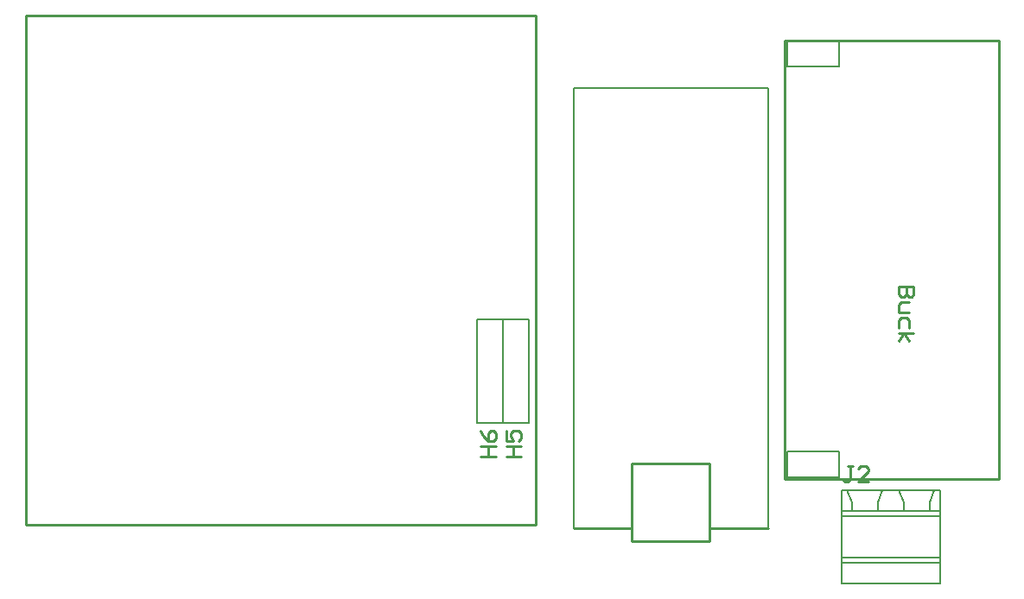
<source format=gto>
G04*
G04 #@! TF.GenerationSoftware,Altium Limited,Altium Designer,23.4.1 (23)*
G04*
G04 Layer_Color=65535*
%FSLAX44Y44*%
%MOMM*%
G71*
G04*
G04 #@! TF.SameCoordinates,CD9FDB66-F090-44B4-BA50-0B1389574BE9*
G04*
G04*
G04 #@! TF.FilePolarity,Positive*
G04*
G01*
G75*
%ADD10C,0.2540*%
%ADD11C,0.2000*%
%ADD12C,0.2032*%
D10*
X1095950Y211500D02*
X1153100D01*
X1229300D02*
X1286450D01*
X1153100Y275000D02*
X1229300D01*
X1153100Y198800D02*
Y275000D01*
Y198800D02*
X1229300D01*
Y275000D01*
X559000Y215000D02*
X1059000D01*
Y715000D01*
X559000D02*
X1059000D01*
X559000Y215000D02*
Y715000D01*
X1302400Y260000D02*
X1512400D01*
Y690000D01*
X1302400D02*
X1512400D01*
X1302400Y260000D02*
Y690000D01*
X1004369Y281880D02*
X1019604D01*
X1011986D01*
Y292037D01*
X1004369D01*
X1019604D01*
X1004369Y307272D02*
X1006908Y302194D01*
X1011986Y297115D01*
X1017065D01*
X1019604Y299654D01*
Y304733D01*
X1017065Y307272D01*
X1014526D01*
X1011986Y304733D01*
Y297115D01*
X1029549Y281880D02*
X1044784D01*
X1037167D01*
Y292037D01*
X1029549D01*
X1044784D01*
X1029549Y307272D02*
Y297115D01*
X1037167D01*
X1034627Y302194D01*
Y304733D01*
X1037167Y307272D01*
X1042245D01*
X1044784Y304733D01*
Y299654D01*
X1042245Y297115D01*
X1429175Y448460D02*
X1413940D01*
Y440842D01*
X1416479Y438303D01*
X1419018D01*
X1421557Y440842D01*
Y448460D01*
Y440842D01*
X1424097Y438303D01*
X1426636D01*
X1429175Y440842D01*
Y448460D01*
X1424097Y433225D02*
X1416479D01*
X1413940Y430686D01*
Y423068D01*
X1424097D01*
Y407833D02*
Y415451D01*
X1421557Y417990D01*
X1416479D01*
X1413940Y415451D01*
Y407833D01*
Y402755D02*
X1429175D01*
X1419018D02*
X1424097Y395137D01*
X1419018Y402755D02*
X1413940Y395137D01*
X1369819Y272791D02*
X1364740D01*
X1367280D01*
Y260095D01*
X1364740Y257556D01*
X1362201D01*
X1359662Y260095D01*
X1385054Y257556D02*
X1374897D01*
X1385054Y267713D01*
Y270252D01*
X1382515Y272791D01*
X1377436D01*
X1374897Y270252D01*
D11*
X1095950Y211500D02*
Y643300D01*
X1286450Y211500D02*
Y643300D01*
X1095950D02*
X1286450D01*
X1001300Y315300D02*
X1026700D01*
X1001300D02*
Y416900D01*
X1026700Y315300D02*
Y416900D01*
X1001300D02*
X1026700D01*
X1026300Y315300D02*
X1051700D01*
X1026300D02*
Y416900D01*
X1051700Y315300D02*
Y416900D01*
X1026300D02*
X1051700D01*
X1356100Y664300D02*
Y689700D01*
X1305300Y664300D02*
X1356100D01*
X1305300Y689700D02*
X1356100D01*
X1305300Y664300D02*
Y689700D01*
X1356100Y261300D02*
Y286700D01*
X1305300Y261300D02*
X1356100D01*
X1305300Y286700D02*
X1356100D01*
X1305300Y261300D02*
Y286700D01*
D12*
X1358140Y228400D02*
X1454660D01*
X1444500D02*
Y236867D01*
X1414312Y248837D02*
X1419100Y236867D01*
Y228400D02*
Y236867D01*
X1393700D02*
X1398488Y248837D01*
X1393700Y228400D02*
Y236867D01*
X1368300Y228400D02*
Y236867D01*
X1358140Y223320D02*
X1454660D01*
X1358140Y182680D02*
X1454660D01*
X1358140Y157280D02*
X1454660D01*
Y248720D01*
X1358140D02*
X1454660D01*
X1358140Y157280D02*
Y248720D01*
X1363512Y248837D02*
X1368300Y236867D01*
X1444500D02*
X1449288Y248837D01*
X1358140Y177600D02*
X1454660D01*
M02*

</source>
